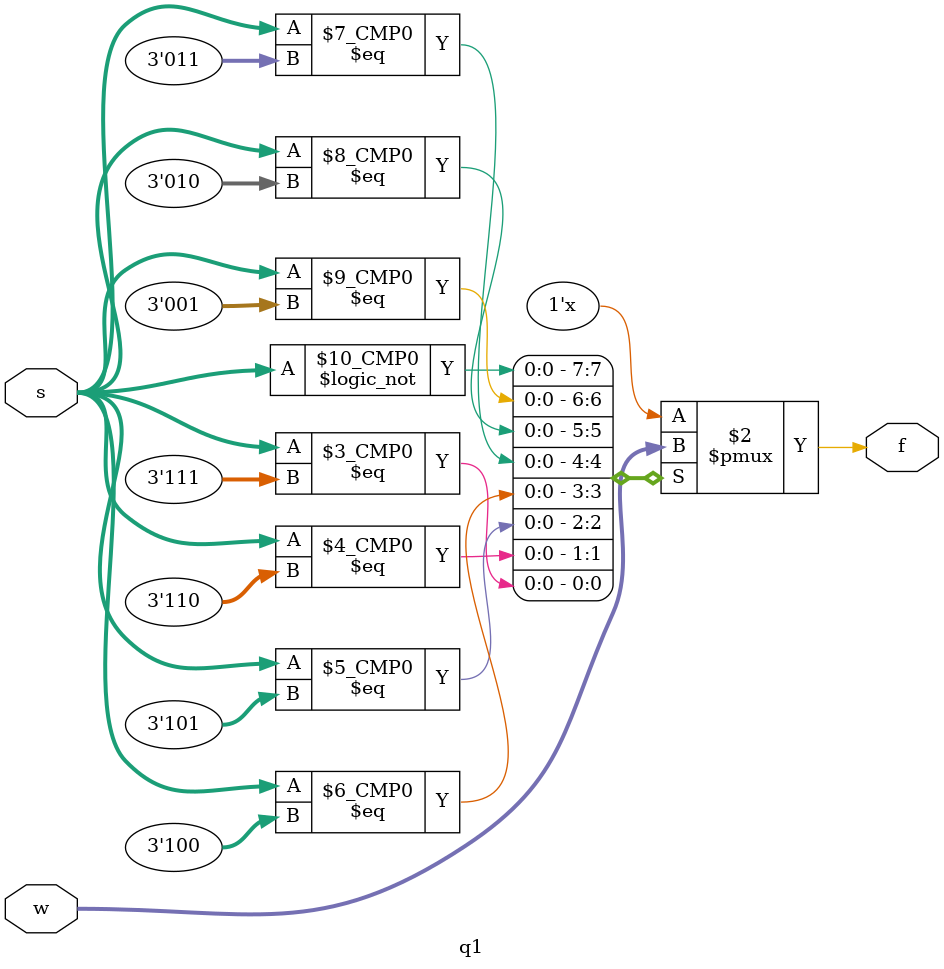
<source format=v>
module q1(w, s, f);
input [0: 7]w;
input [2: 0]s;
output f;
reg f;
always @(s or w)
	begin
	case(s) 
		0: f = w[0];
		1: f = w[1];
		2: f = w[2];
		3: f = w[3];
		4: f = w[4];
		5: f = w[5];
		6: f = w[6];
		7: f = w[7];
	endcase
	end
endmodule

		

</source>
